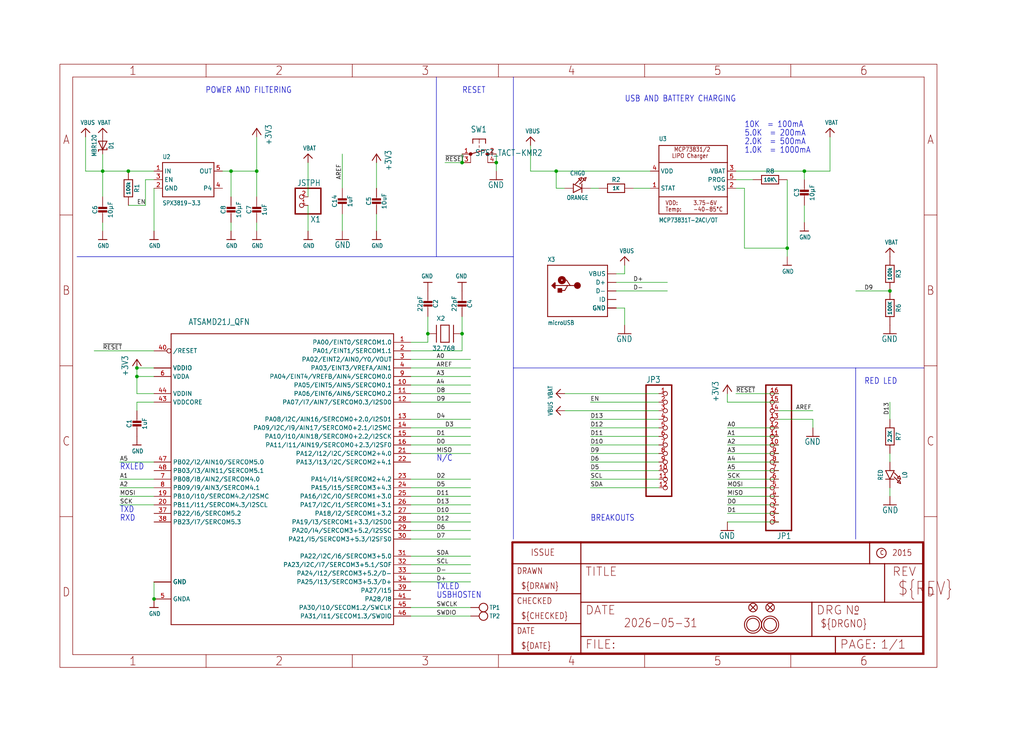
<source format=kicad_sch>
(kicad_sch (version 20230121) (generator eeschema)
  (paper "User" 303.962 217.322)
  (lib_symbols
    (symbol "working-eagle-import:+3V3" (power)
      (property "Value" "+3V3" (at -2.54 -5.08 90))
      (symbol "+3V3_1_0"
        (pin power_in line (at 0 -2.54 90) (length 2.54) (name "+3V3") (number "1"))
      )
    )
    (symbol "working-eagle-import:ATSAMD21J_QFN"
      (symbol "ATSAMD21J_QFN_1_0"
        (pin bidirectional line (at 50.8 35.56 180) (length 5.08) (name "PA00/EINT0/SERCOM1.0") (number "1"))
        (pin bidirectional line (at 50.8 22.86 180) (length 5.08) (name "PA05/EINT5/AIN5/SERCOM0.1") (number "10"))
        (pin bidirectional line (at 50.8 20.32 180) (length 5.08) (name "PA06/EINT6/AIN6/SERCOM0.2") (number "11"))
        (pin bidirectional line (at 50.8 17.78 180) (length 5.08) (name "PA07/I7/AIN7/SERCOM0.3/I2SD0") (number "12"))
        (pin bidirectional line (at 50.8 12.7 180) (length 5.08) (name "PA08/I2C/AIN16/SERCOM0+2.0/I2SD1") (number "13"))
        (pin bidirectional line (at 50.8 10.16 180) (length 5.08) (name "PA09/I2C/I9/AIN17/SERCOM0+2.1/I2SMC") (number "14"))
        (pin bidirectional line (at 50.8 7.62 180) (length 5.08) (name "PA10/I10/AIN18/SERCOM0+2.2/I2SCK") (number "15"))
        (pin bidirectional line (at 50.8 5.08 180) (length 5.08) (name "PA11/I11/AIN19/SERCOM0+2.3/I2SF0") (number "16"))
        (pin power_in line (at -25.4 27.94 0) (length 5.08) (name "VDDIO") (number "17"))
        (pin power_in line (at -25.4 -35.56 0) (length 5.08) (name "GND") (number "18"))
        (pin bidirectional line (at -25.4 -10.16 0) (length 5.08) (name "PB10/I10/SERCOM4.2/I2SMC") (number "19"))
        (pin bidirectional line (at 50.8 33.02 180) (length 5.08) (name "PA01/EINT1/SERCOM1.1") (number "2"))
        (pin bidirectional line (at -25.4 -12.7 0) (length 5.08) (name "PB11/I11/SERCOM4.3/I2SCL") (number "20"))
        (pin bidirectional line (at 50.8 2.54 180) (length 5.08) (name "PA12/I12/I2C/SERCOM2+4.0") (number "21"))
        (pin bidirectional line (at 50.8 0 180) (length 5.08) (name "PA13/I13/I2C/SERCOM2+4.1") (number "22"))
        (pin bidirectional line (at 50.8 -5.08 180) (length 5.08) (name "PA14/I14/SERCOM2+4.2") (number "23"))
        (pin bidirectional line (at 50.8 -7.62 180) (length 5.08) (name "PA15/I15/SERCOM3+4.3") (number "24"))
        (pin bidirectional line (at 50.8 -10.16 180) (length 5.08) (name "PA16/I2C/I0/SERCOM1+3.0") (number "25"))
        (pin bidirectional line (at 50.8 -12.7 180) (length 5.08) (name "PA17/I2C/I1/SERCOM1+3.1") (number "26"))
        (pin bidirectional line (at 50.8 -15.24 180) (length 5.08) (name "PA18/I2/SERCOM1+3.2") (number "27"))
        (pin bidirectional line (at 50.8 -17.78 180) (length 5.08) (name "PA19/I3/SERCOM1+3.3/I2SD0") (number "28"))
        (pin bidirectional line (at 50.8 -20.32 180) (length 5.08) (name "PA20/I4/SERCOM3+5.2/I2SSC") (number "29"))
        (pin bidirectional line (at 50.8 30.48 180) (length 5.08) (name "PA02/EINT2/AIN0/Y0/VOUT") (number "3"))
        (pin bidirectional line (at 50.8 -22.86 180) (length 5.08) (name "PA21/I5/SERCOM3+5.3/I2SFS0") (number "30"))
        (pin bidirectional line (at 50.8 -27.94 180) (length 5.08) (name "PA22/I2C/I6/SERCOM3+5.0") (number "31"))
        (pin bidirectional line (at 50.8 -30.48 180) (length 5.08) (name "PA23/I2C/I7/SERCOM3+5.1/SOF") (number "32"))
        (pin bidirectional line (at 50.8 -33.02 180) (length 5.08) (name "PA24/I12/SERCOM3+5.2/D-") (number "33"))
        (pin bidirectional line (at 50.8 -35.56 180) (length 5.08) (name "PA25/I13/SERCOM3+5.3/D+") (number "34"))
        (pin power_in line (at -25.4 -35.56 0) (length 5.08) (name "GND") (number "35"))
        (pin power_in line (at -25.4 27.94 0) (length 5.08) (name "VDDIO") (number "36"))
        (pin bidirectional line (at -25.4 -15.24 0) (length 5.08) (name "PB22/I6/SERCOM5.2") (number "37"))
        (pin bidirectional line (at -25.4 -17.78 0) (length 5.08) (name "PB23/I7/SERCOM5.3") (number "38"))
        (pin bidirectional line (at 50.8 -38.1 180) (length 5.08) (name "PA27/I15") (number "39"))
        (pin bidirectional line (at 50.8 27.94 180) (length 5.08) (name "PA03/EINT3/VREFA/AIN1") (number "4"))
        (pin bidirectional inverted (at -25.4 33.02 0) (length 5.08) (name "/RESET") (number "40"))
        (pin bidirectional line (at 50.8 -40.64 180) (length 5.08) (name "PA28/I8") (number "41"))
        (pin power_in line (at -25.4 -35.56 0) (length 5.08) (name "GND") (number "42"))
        (pin power_in line (at -25.4 17.78 0) (length 5.08) (name "VDDCORE") (number "43"))
        (pin power_in line (at -25.4 20.32 0) (length 5.08) (name "VDDIN") (number "44"))
        (pin bidirectional line (at 50.8 -43.18 180) (length 5.08) (name "PA30/I10/SECOM1.2/SWCLK") (number "45"))
        (pin bidirectional line (at 50.8 -45.72 180) (length 5.08) (name "PA31/I11/SECOM1.3/SWDIO") (number "46"))
        (pin bidirectional line (at -25.4 0 0) (length 5.08) (name "PB02/I2/AIN10/SERCOM5.0") (number "47"))
        (pin bidirectional line (at -25.4 -2.54 0) (length 5.08) (name "PB03/I3/AIN11/SERCOM5.1") (number "48"))
        (pin power_in line (at -25.4 -40.64 0) (length 5.08) (name "GNDA") (number "5"))
        (pin power_in line (at -25.4 25.4 0) (length 5.08) (name "VDDA") (number "6"))
        (pin bidirectional line (at -25.4 -5.08 0) (length 5.08) (name "PB08/I8/AIN2/SERCOM4.0") (number "7"))
        (pin bidirectional line (at -25.4 -7.62 0) (length 5.08) (name "PB09/I9/AIN3/SERCOM4.1") (number "8"))
        (pin bidirectional line (at 50.8 25.4 180) (length 5.08) (name "PA04/EINT4/VREFB/AIN4/SERCOM0.0") (number "9"))
        (pin power_in line (at -25.4 -35.56 0) (length 5.08) (name "GND") (number "THERMAL"))
      )
    )
    (symbol "working-eagle-import:CAP_CERAMIC0603_NO"
      (property "Reference" "C" (at -2.29 1.25 90))
      (symbol "CAP_CERAMIC0603_NO_1_0"
        (pin passive line (at 0 5.08 270) (length 2.54) (name "1") (number "1"))
        (pin passive line (at 0 -2.54 90) (length 2.54) (name "2") (number "2"))
      )
    )
    (symbol "working-eagle-import:CAP_CERAMIC0805-NOOUTLINE"
      (property "Reference" "C" (at -2.29 1.25 90))
      (symbol "CAP_CERAMIC0805-NOOUTLINE_1_0"
        (pin passive line (at 0 5.08 270) (length 2.54) (name "1") (number "1"))
        (pin passive line (at 0 -2.54 90) (length 2.54) (name "2") (number "2"))
      )
    )
    (symbol "working-eagle-import:CON_JST_PH_2PIN"
      (property "Reference" "X" (at -6.35 5.715 0))
      (symbol "CON_JST_PH_2PIN_1_0"
        (pin passive inverted (at -2.54 2.54 0) (length 2.54) (name "1") (number "1"))
        (pin passive inverted (at -2.54 0 0) (length 2.54) (name "2") (number "2"))
      )
    )
    (symbol "working-eagle-import:DIODE-SCHOTTKYSOD-123"
      (property "Reference" "D" (at 0 2.54 0))
      (symbol "DIODE-SCHOTTKYSOD-123_1_0"
        (pin passive line (at -2.54 0 0) (length 2.54) (name "A") (number "A"))
        (pin passive line (at 2.54 0 180) (length 2.54) (name "C") (number "C"))
      )
    )
    (symbol "working-eagle-import:FIDUCIAL{dblquote}{dblquote}")
    (symbol "working-eagle-import:FRAME_A4"
      (symbol "FRAME_A4_1_0"
        (text "1" (at 21.6958 1.905 0) (effects (font (size 2.54 2.286))))
        (text "1" (at 21.6958 177.165 0) (effects (font (size 2.54 2.286))))
        (text "2" (at 65.0875 1.905 0) (effects (font (size 2.54 2.286))))
        (text "2" (at 65.0875 177.165 0) (effects (font (size 2.54 2.286))))
        (text "3" (at 108.4792 1.905 0) (effects (font (size 2.54 2.286))))
        (text "3" (at 108.4792 177.165 0) (effects (font (size 2.54 2.286))))
        (text "4" (at 151.8708 1.905 0) (effects (font (size 2.54 2.286))))
        (text "4" (at 151.8708 177.165 0) (effects (font (size 2.54 2.286))))
        (text "5" (at 195.2625 1.905 0) (effects (font (size 2.54 2.286))))
        (text "5" (at 195.2625 177.165 0) (effects (font (size 2.54 2.286))))
        (text "6" (at 238.6542 1.905 0) (effects (font (size 2.54 2.286))))
        (text "6" (at 238.6542 177.165 0) (effects (font (size 2.54 2.286))))
        (text "A" (at 1.905 156.6863 0) (effects (font (size 2.54 2.286))))
        (text "A" (at 258.445 156.6863 0) (effects (font (size 2.54 2.286))))
        (text "B" (at 1.905 111.9188 0) (effects (font (size 2.54 2.286))))
        (text "B" (at 258.445 111.9188 0) (effects (font (size 2.54 2.286))))
        (text "C" (at 1.905 67.1513 0) (effects (font (size 2.54 2.286))))
        (text "C" (at 258.445 67.1513 0) (effects (font (size 2.54 2.286))))
        (text "D" (at 1.905 22.3838 0) (effects (font (size 2.54 2.286))))
        (text "D" (at 258.445 22.3838 0) (effects (font (size 2.54 2.286))))
      )
      (symbol "FRAME_A4_2_0"
        (text "${#}/${##}" (at 108.9152 2.8448 0) (effects (font (size 2.54 2.54)) (justify left bottom)))
        (text "${CHECKED}" (at 2.2352 11.7348 0) (effects (font (size 1.778 1.5113)) (justify left bottom)))
        (text "${COMPANY}" (at 23.349 29.6735 0) (effects (font (size 3.175 2.6987) (thickness 0.5397) bold) (justify left bottom)))
        (text "${CURRENT_DATE}" (at 32.7152 9.1948 0) (effects (font (size 2.54 2.159)) (justify left bottom)))
        (text "${DATE}" (at 2.2352 2.8448 0) (effects (font (size 1.778 1.5113)) (justify left bottom)))
        (text "${DRAWN}" (at 2.2352 20.6248 0) (effects (font (size 1.778 1.5113)) (justify left bottom)))
        (text "${DRGNO}" (at 91.1352 9.1948 0) (effects (font (size 2.1844 1.8567)) (justify left bottom)))
        (text "${PROJECTNAME}" (at 33.0327 2.8448 0) (effects (font (size 2.54 2.159)) (justify left bottom)))
        (text "${REV}" (at 113.9952 18.7198 0) (effects (font (size 3.81 3.2385)) (justify left bottom)))
        (text "2015" (at 112.4077 30.4673 0) (effects (font (size 1.778 1.5113)) (justify left bottom)))
        (text "C" (at 108.7564 30.7848 0) (effects (font (size 1.27 1.0795)) (justify left bottom)))
        (text "CHECKED" (at 0.9652 16.1798 0) (effects (font (size 1.778 1.5113)) (justify left bottom)))
        (text "DATE" (at 0.9652 7.2898 0) (effects (font (size 1.778 1.5113)) (justify left bottom)))
        (text "DATE" (at 21.2852 13.0048 0) (effects (font (size 2.54 2.54)) (justify left bottom)))
        (text "DRAWN" (at 0.9652 25.0698 0) (effects (font (size 1.778 1.5113)) (justify left bottom)))
        (text "DRG" (at 89.8652 13.0048 0) (effects (font (size 2.54 2.54)) (justify left bottom)))
        (text "FILE:" (at 21.2852 2.8448 0) (effects (font (size 2.54 2.54)) (justify left bottom)))
        (text "ISSUE" (at 5.0927 30.4673 0) (effects (font (size 1.9304 1.6408)) (justify left bottom)))
        (text "N" (at 98.4377 13.0048 0) (effects (font (size 2.54 2.54)) (justify left bottom)))
        (text "o" (at 100.9777 13.9573 0) (effects (font (size 2.1844 1.8567)) (justify left bottom)))
        (text "PAGE:" (at 96.8502 2.8448 0) (effects (font (size 2.54 2.54)) (justify left bottom)))
        (text "REV" (at 112.4077 24.4348 0) (effects (font (size 2.54 2.54)) (justify left bottom)))
        (text "TITLE" (at 21.2852 24.4348 0) (effects (font (size 2.54 2.54)) (justify left bottom)))
      )
    )
    (symbol "working-eagle-import:GND" (power)
      (property "Value" "GND" (at -1.524 -2.54 0))
      (symbol "GND_1_0"
        (pin power_in line (at 0 2.54 270) (length 2.54) (name "GND") (number "1"))
      )
    )
    (symbol "working-eagle-import:HEADER-1X12"
      (property "Reference" "JP" (at -6.35 18.415 0))
      (symbol "HEADER-1X12_1_0"
        (pin passive inverted (at -2.54 15.24 0) (length 2.54) (name "1") (number "1"))
        (pin passive inverted (at -2.54 -7.62 0) (length 2.54) (name "10") (number "10"))
        (pin passive inverted (at -2.54 -10.16 0) (length 2.54) (name "11") (number "11"))
        (pin passive inverted (at -2.54 -12.7 0) (length 2.54) (name "12") (number "12"))
        (pin passive inverted (at -2.54 12.7 0) (length 2.54) (name "2") (number "2"))
        (pin passive inverted (at -2.54 10.16 0) (length 2.54) (name "3") (number "3"))
        (pin passive inverted (at -2.54 7.62 0) (length 2.54) (name "4") (number "4"))
        (pin passive inverted (at -2.54 5.08 0) (length 2.54) (name "5") (number "5"))
        (pin passive inverted (at -2.54 2.54 0) (length 2.54) (name "6") (number "6"))
        (pin passive inverted (at -2.54 0 0) (length 2.54) (name "7") (number "7"))
        (pin passive inverted (at -2.54 -2.54 0) (length 2.54) (name "8") (number "8"))
        (pin passive inverted (at -2.54 -5.08 0) (length 2.54) (name "9") (number "9"))
      )
    )
    (symbol "working-eagle-import:HEADER-1X16ROUND"
      (property "Reference" "JP" (at -6.35 20.955 0))
      (symbol "HEADER-1X16ROUND_1_0"
        (pin passive inverted (at -2.54 17.78 0) (length 2.54) (name "1") (number "1"))
        (pin passive inverted (at -2.54 -5.08 0) (length 2.54) (name "10") (number "10"))
        (pin passive inverted (at -2.54 -7.62 0) (length 2.54) (name "11") (number "11"))
        (pin passive inverted (at -2.54 -10.16 0) (length 2.54) (name "12") (number "12"))
        (pin passive inverted (at -2.54 -12.7 0) (length 2.54) (name "13") (number "13"))
        (pin passive inverted (at -2.54 -15.24 0) (length 2.54) (name "14") (number "14"))
        (pin passive inverted (at -2.54 -17.78 0) (length 2.54) (name "15") (number "15"))
        (pin passive inverted (at -2.54 -20.32 0) (length 2.54) (name "16") (number "16"))
        (pin passive inverted (at -2.54 15.24 0) (length 2.54) (name "2") (number "2"))
        (pin passive inverted (at -2.54 12.7 0) (length 2.54) (name "3") (number "3"))
        (pin passive inverted (at -2.54 10.16 0) (length 2.54) (name "4") (number "4"))
        (pin passive inverted (at -2.54 7.62 0) (length 2.54) (name "5") (number "5"))
        (pin passive inverted (at -2.54 5.08 0) (length 2.54) (name "6") (number "6"))
        (pin passive inverted (at -2.54 2.54 0) (length 2.54) (name "7") (number "7"))
        (pin passive inverted (at -2.54 0 0) (length 2.54) (name "8") (number "8"))
        (pin passive inverted (at -2.54 -2.54 0) (length 2.54) (name "9") (number "9"))
      )
    )
    (symbol "working-eagle-import:LED0805_NOOUTLINE"
      (property "Reference" "D" (at -1.27 4.445 0))
      (symbol "LED0805_NOOUTLINE_1_0"
        (pin passive line (at -5.08 0 0) (length 2.54) (name "A") (number "A"))
        (pin passive line (at 2.54 0 180) (length 2.54) (name "C") (number "C"))
      )
    )
    (symbol "working-eagle-import:MCP73831/2"
      (property "Reference" "U" (at -10.16 11.43 0))
      (symbol "MCP73831/2_1_0"
        (text "-40-85°C" (at 0 -9.525 0) (effects (font (size 1.27 1.0795)) (justify left bottom)))
        (text "3.75-6V" (at 0 -7.62 0) (effects (font (size 1.27 1.0795)) (justify left bottom)))
        (text "LIPO Charger" (at -6.35 6.35 0) (effects (font (size 1.27 1.0795)) (justify left bottom)))
        (text "MCP73831/2" (at -5.715 8.255 0) (effects (font (size 1.27 1.0795)) (justify left bottom)))
        (text "Temp:" (at -8.255 -9.525 0) (effects (font (size 1.27 1.0795)) (justify left bottom)))
        (text "VDD:" (at -8.255 -7.62 0) (effects (font (size 1.27 1.0795)) (justify left bottom)))
        (pin output line (at -12.7 -2.54 0) (length 2.54) (name "STAT") (number "1"))
        (pin power_in line (at 12.7 -2.54 180) (length 2.54) (name "VSS") (number "2"))
        (pin power_in line (at 12.7 2.54 180) (length 2.54) (name "VBAT") (number "3"))
        (pin power_in line (at -12.7 2.54 0) (length 2.54) (name "VDD") (number "4"))
        (pin input line (at 12.7 0 180) (length 2.54) (name "PROG") (number "5"))
      )
    )
    (symbol "working-eagle-import:MOUNTINGHOLE2.5")
    (symbol "working-eagle-import:RESISTOR_0603_NOOUT"
      (property "Reference" "R" (at 0 2.54 0))
      (symbol "RESISTOR_0603_NOOUT_1_0"
        (pin passive line (at -5.08 0 0) (length 2.54) (name "1") (number "1"))
        (pin passive line (at 5.08 0 180) (length 2.54) (name "2") (number "2"))
      )
    )
    (symbol "working-eagle-import:SPST_TACT-KMR2"
      (property "Reference" "SW" (at -6.35 -2.54 90))
      (symbol "SPST_TACT-KMR2_1_0"
        (pin passive line (at 0 -5.08 90) (length 2.54) (name "P") (number "1"))
        (pin passive line (at 0 5.08 270) (length 2.54) (name "S") (number "2"))
        (pin passive line (at 2.54 -5.08 90) (length 2.54) (name "P1") (number "3"))
        (pin passive line (at 2.54 5.08 270) (length 2.54) (name "S1") (number "4"))
      )
    )
    (symbol "working-eagle-import:TESTPOINTROUND1.5MM"
      (property "Reference" "TP" (at 0 5.588 90))
      (symbol "TESTPOINTROUND1.5MM_1_0"
        (pin bidirectional line (at 0 0 90) (length 2.54) (name "P$1") (number "P$1"))
      )
    )
    (symbol "working-eagle-import:USB_MICRO_20329_V2"
      (property "Reference" "X" (at -10.16 8.636 0))
      (symbol "USB_MICRO_20329_V2_1_0"
        (pin power_in line (at 10.16 -5.08 180) (length 2.54) (name "GND") (number "BASE@1"))
        (pin power_in line (at 10.16 -5.08 180) (length 2.54) (name "GND") (number "BASE@2"))
        (pin bidirectional line (at 10.16 2.54 180) (length 2.54) (name "D+") (number "D+"))
        (pin bidirectional line (at 10.16 0 180) (length 2.54) (name "D-") (number "D-"))
        (pin power_in line (at 10.16 -5.08 180) (length 2.54) (name "GND") (number "GND"))
        (pin bidirectional line (at 10.16 -2.54 180) (length 2.54) (name "ID") (number "ID"))
        (pin power_in line (at 10.16 -5.08 180) (length 2.54) (name "GND") (number "SPRT@1"))
        (pin power_in line (at 10.16 -5.08 180) (length 2.54) (name "GND") (number "SPRT@2"))
        (pin power_in line (at 10.16 -5.08 180) (length 2.54) (name "GND") (number "SPRT@3"))
        (pin power_in line (at 10.16 -5.08 180) (length 2.54) (name "GND") (number "SPRT@4"))
        (pin power_in line (at 10.16 5.08 180) (length 2.54) (name "VBUS") (number "VBUS"))
      )
    )
    (symbol "working-eagle-import:VBAT" (power)
      (property "Value" "VBAT" (at -1.524 1.016 0))
      (symbol "VBAT_1_0"
        (pin power_in line (at 0 -2.54 90) (length 2.54) (name "VBAT") (number "1"))
      )
    )
    (symbol "working-eagle-import:VBUS" (power)
      (property "Value" "VBUS" (at -1.524 1.016 0))
      (symbol "VBUS_1_0"
        (pin power_in line (at 0 -2.54 90) (length 2.54) (name "VBUS") (number "1"))
      )
    )
    (symbol "working-eagle-import:VREG_SOT23-5"
      (property "Reference" "U" (at -7.62 6.096 0))
      (symbol "VREG_SOT23-5_1_0"
        (pin power_in line (at -10.16 2.54 0) (length 2.54) (name "IN") (number "1"))
        (pin power_in line (at -10.16 -2.54 0) (length 2.54) (name "GND") (number "2"))
        (pin input line (at -10.16 0 0) (length 2.54) (name "EN") (number "3"))
        (pin bidirectional line (at 10.16 -2.54 180) (length 2.54) (name "P4") (number "4"))
        (pin power_in line (at 10.16 2.54 180) (length 2.54) (name "OUT") (number "5"))
      )
    )
    (symbol "working-eagle-import:XTAL-3.2X1.5"
      (property "Reference" "X" (at -2.54 3.81 0))
      (symbol "XTAL-3.2X1.5_1_0"
        (pin bidirectional line (at -5.08 0 0) (length 2.54) (name "P$1") (number "P$1"))
        (pin bidirectional line (at 5.08 0 180) (length 2.54) (name "P$2") (number "P$2"))
      )
    )
    (symbol "working-eagle-import:supply1_GND" (power)
      (property "Value" "supply1_GND" (at -2.54 -2.54 0))
      (symbol "supply1_GND_1_0"
        (pin power_in line (at 0 2.54 270) (length 2.54) (name "GND") (number "1"))
      )
    )
  )
  (junction (at 40.64 109.22))
  (junction (at 137.16 48.26))
  (junction (at 238.76 50.8))
  (junction (at 45.72 177.8))
  (junction (at 30.48 50.8))
  (junction (at 127 99.06))
  (junction (at 76.2 50.8))
  (junction (at 264.16 86.36))
  (junction (at 233.68 73.66))
  (junction (at 137.16 99.06))
  (junction (at 38.1 50.8))
  (junction (at 147.32 48.26))
  (junction (at 68.58 50.8))
  (junction (at 165.1 50.8))
  (junction (at 40.64 111.76))
  (wire (pts (xy 30.48 66.04) (xy 30.48 68.58)) (stroke (width 0.1524)))
  (wire (pts (xy 157.48 50.8) (xy 165.1 50.8)) (stroke (width 0.1524)))
  (wire (pts (xy 215.9 116.84) (xy 215.9 119.38)) (stroke (width 0.1524)))
  (wire (pts (xy 137.16 99.06) (xy 137.16 93.98)) (stroke (width 0.1524)))
  (wire (pts (xy 30.48 45.72) (xy 30.48 50.8)) (stroke (width 0.1524)))
  (wire (pts (xy 147.32 45.72) (xy 147.32 48.26)) (stroke (width 0.1524)))
  (wire (pts (xy 121.92 127) (xy 139.7 127)) (stroke (width 0.1524)))
  (wire (pts (xy 241.3 124.46) (xy 241.3 127)) (stroke (width 0.1524)))
  (wire (pts (xy 231.14 124.46) (xy 241.3 124.46)) (stroke (width 0.1524)))
  (wire (pts (xy 68.58 58.42) (xy 68.58 50.8)) (stroke (width 0.1524)))
  (wire (pts (xy 40.64 119.38) (xy 40.64 121.92)) (stroke (width 0.1524)))
  (wire (pts (xy 231.14 137.16) (xy 215.9 137.16)) (stroke (width 0.1524)))
  (wire (pts (xy 139.7 124.46) (xy 121.92 124.46)) (stroke (width 0.1524)))
  (wire (pts (xy 220.98 73.66) (xy 233.68 73.66)) (stroke (width 0.1524)))
  (wire (pts (xy 175.26 127) (xy 195.58 127)) (stroke (width 0.1524)))
  (wire (pts (xy 121.92 116.84) (xy 139.7 116.84)) (stroke (width 0.1524)))
  (wire (pts (xy 121.92 154.94) (xy 139.7 154.94)) (stroke (width 0.1524)))
  (wire (pts (xy 132.08 48.26) (xy 137.16 48.26)) (stroke (width 0.1524)))
  (wire (pts (xy 139.7 114.3) (xy 121.92 114.3)) (stroke (width 0.1524)))
  (wire (pts (xy 45.72 172.72) (xy 45.72 177.8)) (stroke (width 0.1524)))
  (polyline (pts (xy 152.4 160.02) (xy 152.4 109.22)) (stroke (width 0.1524) (type solid)))
  (wire (pts (xy 121.92 167.64) (xy 139.7 167.64)) (stroke (width 0.1524)))
  (wire (pts (xy 38.1 60.96) (xy 43.18 60.96)) (stroke (width 0.1524)))
  (wire (pts (xy 215.9 134.62) (xy 231.14 134.62)) (stroke (width 0.1524)))
  (wire (pts (xy 195.58 129.54) (xy 175.26 129.54)) (stroke (width 0.1524)))
  (polyline (pts (xy 254 160.02) (xy 254 109.22)) (stroke (width 0.1524) (type solid)))
  (wire (pts (xy 121.92 109.22) (xy 139.7 109.22)) (stroke (width 0.1524)))
  (wire (pts (xy 68.58 66.04) (xy 68.58 68.58)) (stroke (width 0.1524)))
  (wire (pts (xy 45.72 109.22) (xy 40.64 109.22)) (stroke (width 0.1524)))
  (wire (pts (xy 231.14 116.84) (xy 218.44 116.84)) (stroke (width 0.1524)))
  (wire (pts (xy 127 93.98) (xy 127 99.06)) (stroke (width 0.1524)))
  (wire (pts (xy 91.44 48.26) (xy 91.44 58.42)) (stroke (width 0.1524)))
  (wire (pts (xy 40.64 116.84) (xy 40.64 111.76)) (stroke (width 0.1524)))
  (wire (pts (xy 231.14 149.86) (xy 215.9 149.86)) (stroke (width 0.1524)))
  (wire (pts (xy 231.14 144.78) (xy 215.9 144.78)) (stroke (width 0.1524)))
  (wire (pts (xy 45.72 55.88) (xy 45.72 68.58)) (stroke (width 0.1524)))
  (wire (pts (xy 195.58 121.92) (xy 167.64 121.92)) (stroke (width 0.1524)))
  (wire (pts (xy 264.16 86.36) (xy 254 86.36)) (stroke (width 0.1524)))
  (wire (pts (xy 220.98 55.88) (xy 220.98 73.66)) (stroke (width 0.1524)))
  (wire (pts (xy 185.42 91.44) (xy 185.42 96.52)) (stroke (width 0.1524)))
  (wire (pts (xy 182.88 81.28) (xy 185.42 81.28)) (stroke (width 0.1524)))
  (wire (pts (xy 121.92 142.24) (xy 139.7 142.24)) (stroke (width 0.1524)))
  (wire (pts (xy 215.9 139.7) (xy 231.14 139.7)) (stroke (width 0.1524)))
  (wire (pts (xy 218.44 53.34) (xy 223.52 53.34)) (stroke (width 0.1524)))
  (wire (pts (xy 127 101.6) (xy 127 99.06)) (stroke (width 0.1524)))
  (wire (pts (xy 121.92 119.38) (xy 139.7 119.38)) (stroke (width 0.1524)))
  (wire (pts (xy 38.1 50.8) (xy 30.48 50.8)) (stroke (width 0.1524)))
  (wire (pts (xy 139.7 172.72) (xy 121.92 172.72)) (stroke (width 0.1524)))
  (wire (pts (xy 121.92 160.02) (xy 139.7 160.02)) (stroke (width 0.1524)))
  (wire (pts (xy 76.2 66.04) (xy 76.2 68.58)) (stroke (width 0.1524)))
  (wire (pts (xy 139.7 152.4) (xy 121.92 152.4)) (stroke (width 0.1524)))
  (wire (pts (xy 121.92 170.18) (xy 139.7 170.18)) (stroke (width 0.1524)))
  (polyline (pts (xy 274.32 109.22) (xy 254 109.22)) (stroke (width 0.1524) (type solid)))
  (wire (pts (xy 215.9 152.4) (xy 231.14 152.4)) (stroke (width 0.1524)))
  (wire (pts (xy 175.26 144.78) (xy 195.58 144.78)) (stroke (width 0.1524)))
  (wire (pts (xy 195.58 134.62) (xy 175.26 134.62)) (stroke (width 0.1524)))
  (wire (pts (xy 121.92 106.68) (xy 139.7 106.68)) (stroke (width 0.1524)))
  (wire (pts (xy 175.26 132.08) (xy 195.58 132.08)) (stroke (width 0.1524)))
  (wire (pts (xy 43.18 60.96) (xy 43.18 53.34)) (stroke (width 0.1524)))
  (wire (pts (xy 175.26 55.88) (xy 177.8 55.88)) (stroke (width 0.1524)))
  (wire (pts (xy 137.16 48.26) (xy 137.16 45.72)) (stroke (width 0.1524)))
  (wire (pts (xy 231.14 132.08) (xy 215.9 132.08)) (stroke (width 0.1524)))
  (polyline (pts (xy 22.86 76.2) (xy 129.54 76.2)) (stroke (width 0.1524) (type solid)))
  (wire (pts (xy 231.14 127) (xy 215.9 127)) (stroke (width 0.1524)))
  (wire (pts (xy 195.58 124.46) (xy 175.26 124.46)) (stroke (width 0.1524)))
  (polyline (pts (xy 152.4 76.2) (xy 152.4 22.86)) (stroke (width 0.1524) (type solid)))
  (wire (pts (xy 45.72 50.8) (xy 38.1 50.8)) (stroke (width 0.1524)))
  (wire (pts (xy 121.92 101.6) (xy 127 101.6)) (stroke (width 0.1524)))
  (wire (pts (xy 101.6 63.5) (xy 101.6 68.58)) (stroke (width 0.1524)))
  (wire (pts (xy 167.64 116.84) (xy 195.58 116.84)) (stroke (width 0.1524)))
  (polyline (pts (xy 129.54 76.2) (xy 129.54 22.86)) (stroke (width 0.1524) (type solid)))
  (wire (pts (xy 215.9 119.38) (xy 231.14 119.38)) (stroke (width 0.1524)))
  (wire (pts (xy 147.32 50.8) (xy 147.32 48.26)) (stroke (width 0.1524)))
  (wire (pts (xy 157.48 43.18) (xy 157.48 50.8)) (stroke (width 0.1524)))
  (wire (pts (xy 45.72 111.76) (xy 40.64 111.76)) (stroke (width 0.1524)))
  (wire (pts (xy 45.72 116.84) (xy 40.64 116.84)) (stroke (width 0.1524)))
  (wire (pts (xy 66.04 50.8) (xy 68.58 50.8)) (stroke (width 0.1524)))
  (wire (pts (xy 233.68 53.34) (xy 233.68 73.66)) (stroke (width 0.1524)))
  (wire (pts (xy 139.7 144.78) (xy 121.92 144.78)) (stroke (width 0.1524)))
  (wire (pts (xy 195.58 142.24) (xy 175.26 142.24)) (stroke (width 0.1524)))
  (wire (pts (xy 121.92 111.76) (xy 139.7 111.76)) (stroke (width 0.1524)))
  (wire (pts (xy 175.26 137.16) (xy 195.58 137.16)) (stroke (width 0.1524)))
  (wire (pts (xy 238.76 50.8) (xy 246.38 50.8)) (stroke (width 0.1524)))
  (wire (pts (xy 121.92 157.48) (xy 139.7 157.48)) (stroke (width 0.1524)))
  (wire (pts (xy 45.72 119.38) (xy 40.64 119.38)) (stroke (width 0.1524)))
  (wire (pts (xy 111.76 68.58) (xy 111.76 63.5)) (stroke (width 0.1524)))
  (polyline (pts (xy 152.4 109.22) (xy 152.4 76.2)) (stroke (width 0.1524) (type solid)))
  (wire (pts (xy 198.12 86.36) (xy 182.88 86.36)) (stroke (width 0.1524)))
  (wire (pts (xy 182.88 91.44) (xy 185.42 91.44)) (stroke (width 0.1524)))
  (wire (pts (xy 121.92 165.1) (xy 139.7 165.1)) (stroke (width 0.1524)))
  (wire (pts (xy 43.18 53.34) (xy 45.72 53.34)) (stroke (width 0.1524)))
  (wire (pts (xy 167.64 55.88) (xy 165.1 55.88)) (stroke (width 0.1524)))
  (wire (pts (xy 185.42 81.28) (xy 185.42 78.74)) (stroke (width 0.1524)))
  (wire (pts (xy 218.44 55.88) (xy 220.98 55.88)) (stroke (width 0.1524)))
  (wire (pts (xy 195.58 139.7) (xy 175.26 139.7)) (stroke (width 0.1524)))
  (wire (pts (xy 238.76 60.96) (xy 238.76 66.04)) (stroke (width 0.1524)))
  (wire (pts (xy 264.16 144.78) (xy 264.16 147.32)) (stroke (width 0.1524)))
  (wire (pts (xy 35.56 144.78) (xy 45.72 144.78)) (stroke (width 0.1524)))
  (wire (pts (xy 121.92 180.34) (xy 139.7 180.34)) (stroke (width 0.1524)))
  (wire (pts (xy 182.88 83.82) (xy 198.12 83.82)) (stroke (width 0.1524)))
  (wire (pts (xy 215.9 147.32) (xy 231.14 147.32)) (stroke (width 0.1524)))
  (wire (pts (xy 139.7 132.08) (xy 121.92 132.08)) (stroke (width 0.1524)))
  (wire (pts (xy 231.14 121.92) (xy 241.3 121.92)) (stroke (width 0.1524)))
  (wire (pts (xy 76.2 50.8) (xy 76.2 40.64)) (stroke (width 0.1524)))
  (wire (pts (xy 246.38 40.64) (xy 246.38 50.8)) (stroke (width 0.1524)))
  (wire (pts (xy 175.26 119.38) (xy 195.58 119.38)) (stroke (width 0.1524)))
  (wire (pts (xy 264.16 134.62) (xy 264.16 137.16)) (stroke (width 0.1524)))
  (wire (pts (xy 137.16 104.14) (xy 137.16 99.06)) (stroke (width 0.1524)))
  (wire (pts (xy 25.4 40.64) (xy 25.4 50.8)) (stroke (width 0.1524)))
  (wire (pts (xy 91.44 68.58) (xy 91.44 60.96)) (stroke (width 0.1524)))
  (wire (pts (xy 68.58 50.8) (xy 76.2 50.8)) (stroke (width 0.1524)))
  (wire (pts (xy 25.4 50.8) (xy 30.48 50.8)) (stroke (width 0.1524)))
  (wire (pts (xy 35.56 149.86) (xy 45.72 149.86)) (stroke (width 0.1524)))
  (wire (pts (xy 76.2 50.8) (xy 76.2 58.42)) (stroke (width 0.1524)))
  (wire (pts (xy 45.72 147.32) (xy 35.56 147.32)) (stroke (width 0.1524)))
  (wire (pts (xy 45.72 142.24) (xy 35.56 142.24)) (stroke (width 0.1524)))
  (polyline (pts (xy 254 109.22) (xy 152.4 109.22)) (stroke (width 0.1524) (type solid)))
  (wire (pts (xy 121.92 134.62) (xy 139.7 134.62)) (stroke (width 0.1524)))
  (wire (pts (xy 238.76 50.8) (xy 218.44 50.8)) (stroke (width 0.1524)))
  (wire (pts (xy 121.92 129.54) (xy 139.7 129.54)) (stroke (width 0.1524)))
  (wire (pts (xy 121.92 149.86) (xy 139.7 149.86)) (stroke (width 0.1524)))
  (wire (pts (xy 165.1 50.8) (xy 193.04 50.8)) (stroke (width 0.1524)))
  (wire (pts (xy 45.72 104.14) (xy 27.94 104.14)) (stroke (width 0.1524)))
  (wire (pts (xy 139.7 182.88) (xy 121.92 182.88)) (stroke (width 0.1524)))
  (wire (pts (xy 45.72 137.16) (xy 35.56 137.16)) (stroke (width 0.1524)))
  (polyline (pts (xy 152.4 76.2) (xy 129.54 76.2)) (stroke (width 0.1524) (type solid)))
  (wire (pts (xy 101.6 55.88) (xy 101.6 45.72)) (stroke (width 0.1524)))
  (wire (pts (xy 165.1 55.88) (xy 165.1 50.8)) (stroke (width 0.1524)))
  (wire (pts (xy 40.64 111.76) (xy 40.64 109.22)) (stroke (width 0.1524)))
  (wire (pts (xy 30.48 50.8) (xy 30.48 58.42)) (stroke (width 0.1524)))
  (wire (pts (xy 231.14 142.24) (xy 215.9 142.24)) (stroke (width 0.1524)))
  (wire (pts (xy 264.16 124.46) (xy 264.16 119.38)) (stroke (width 0.1524)))
  (wire (pts (xy 187.96 55.88) (xy 193.04 55.88)) (stroke (width 0.1524)))
  (wire (pts (xy 238.76 53.34) (xy 238.76 50.8)) (stroke (width 0.1524)))
  (wire (pts (xy 121.92 104.14) (xy 137.16 104.14)) (stroke (width 0.1524)))
  (wire (pts (xy 111.76 55.88) (xy 111.76 48.26)) (stroke (width 0.1524)))
  (wire (pts (xy 233.68 73.66) (xy 233.68 76.2)) (stroke (width 0.1524)))
  (wire (pts (xy 215.9 129.54) (xy 231.14 129.54)) (stroke (width 0.1524)))
  (wire (pts (xy 121.92 147.32) (xy 139.7 147.32)) (stroke (width 0.1524)))
  (wire (pts (xy 215.9 154.94) (xy 231.14 154.94)) (stroke (width 0.1524)))
  (text "2.0K  = 500mA" (at 220.98 43.18 0) (effects (font (size 1.778 1.5113)) (justify left bottom)))
  (text "RXLED" (at 35.56 139.7 0) (effects (font (size 1.778 1.5113)) (justify left bottom)))
  (text "TXD" (at 35.56 152.4 0) (effects (font (size 1.778 1.5113)) (justify left bottom)))
  (text "POWER AND FILTERING" (at 60.96 27.94 0) (effects (font (size 1.778 1.5113)) (justify left bottom)))
  (text "USBHOSTEN" (at 129.54 177.8 0) (effects (font (size 1.778 1.5113)) (justify left bottom)))
  (text "RED LED" (at 256.54 114.3 0) (effects (font (size 1.778 1.5113)) (justify left bottom)))
  (text "1.0K  = 1000mA" (at 220.98 45.72 0) (effects (font (size 1.778 1.5113)) (justify left bottom)))
  (text "TXLED" (at 129.54 175.26 0) (effects (font (size 1.778 1.5113)) (justify left bottom)))
  (text "10K  = 100mA" (at 220.98 38.1 0) (effects (font (size 1.778 1.5113)) (justify left bottom)))
  (text "RESET" (at 137.16 27.94 0) (effects (font (size 1.778 1.5113)) (justify left bottom)))
  (text "N/C" (at 129.54 137.16 0) (effects (font (size 1.778 1.5113)) (justify left bottom)))
  (text "RXD" (at 35.56 154.94 0) (effects (font (size 1.778 1.5113)) (justify left bottom)))
  (text "5.0K  = 200mA" (at 220.98 40.64 0) (effects (font (size 1.778 1.5113)) (justify left bottom)))
  (text "BREAKOUTS" (at 175.26 154.94 0) (effects (font (size 1.778 1.5113)) (justify left bottom)))
  (text "USB AND BATTERY CHARGING" (at 185.42 30.48 0) (effects (font (size 1.778 1.5113)) (justify left bottom)))
  (label "D7" (at 129.54 160.02 0) (effects (font (size 1.2446 1.2446))))
  (label "D12" (at 129.54 154.94 0) (effects (font (size 1.2446 1.2446))))
  (label "A4" (at 215.9 137.16 0) (effects (font (size 1.2446 1.2446))))
  (label "MOSI" (at 35.56 147.32 0) (effects (font (size 1.2446 1.2446))))
  (label "D1" (at 215.9 152.4 0) (effects (font (size 1.2446 1.2446))))
  (label "A2" (at 215.9 132.08 0) (effects (font (size 1.2446 1.2446))))
  (label "D9" (at 129.54 119.38 0) (effects (font (size 1.2446 1.2446))))
  (label "D1" (at 129.54 129.54 0) (effects (font (size 1.2446 1.2446))))
  (label "SCL" (at 129.54 167.64 0) (effects (font (size 1.2446 1.2446))))
  (label "D-" (at 129.54 170.18 0) (effects (font (size 1.2446 1.2446))))
  (label "AREF" (at 236.22 121.92 0) (effects (font (size 1.2446 1.2446))))
  (label "D11" (at 129.54 147.32 0) (effects (font (size 1.2446 1.2446))))
  (label "D0" (at 129.54 132.08 0) (effects (font (size 1.2446 1.2446))))
  (label "D13" (at 175.26 124.46 0) (effects (font (size 1.2446 1.2446))))
  (label "D6" (at 175.26 137.16 0) (effects (font (size 1.2446 1.2446))))
  (label "D13" (at 264.16 119.38 270) (effects (font (size 1.2446 1.2446))))
  (label "D5" (at 129.54 144.78 0) (effects (font (size 1.2446 1.2446))))
  (label "~{RESET}" (at 218.44 116.84 0) (effects (font (size 1.2446 1.2446))))
  (label "D2" (at 129.54 142.24 0) (effects (font (size 1.2446 1.2446))))
  (label "D11" (at 175.26 129.54 0) (effects (font (size 1.2446 1.2446))))
  (label "A5" (at 35.56 137.16 0) (effects (font (size 1.2446 1.2446))))
  (label "D13" (at 129.54 149.86 0) (effects (font (size 1.2446 1.2446))))
  (label "~{RESET}" (at 30.48 104.14 0) (effects (font (size 1.2446 1.2446))))
  (label "A1" (at 35.56 142.24 0) (effects (font (size 1.2446 1.2446))))
  (label "~{RESET}" (at 132.08 48.26 0) (effects (font (size 1.2446 1.2446))))
  (label "D9" (at 256.54 86.36 0) (effects (font (size 1.2446 1.2446))))
  (label "A3" (at 215.9 134.62 0) (effects (font (size 1.2446 1.2446))))
  (label "A0" (at 215.9 127 0) (effects (font (size 1.2446 1.2446))))
  (label "EN" (at 40.64 60.96 0) (effects (font (size 1.2446 1.2446))))
  (label "A2" (at 35.56 144.78 0) (effects (font (size 1.2446 1.2446))))
  (label "AREF" (at 101.6 53.34 90) (effects (font (size 1.2446 1.2446))))
  (label "A0" (at 129.54 106.68 0) (effects (font (size 1.2446 1.2446))))
  (label "D3" (at 132.08 127 0) (effects (font (size 1.2446 1.2446))))
  (label "D-" (at 187.96 86.36 0) (effects (font (size 1.2446 1.2446))))
  (label "D8" (at 129.54 116.84 0) (effects (font (size 1.2446 1.2446))))
  (label "D0" (at 215.9 149.86 0) (effects (font (size 1.2446 1.2446))))
  (label "SCK" (at 35.56 149.86 0) (effects (font (size 1.2446 1.2446))))
  (label "AREF" (at 129.54 109.22 0) (effects (font (size 1.2446 1.2446))))
  (label "A3" (at 129.54 111.76 0) (effects (font (size 1.2446 1.2446))))
  (label "SDA" (at 129.54 165.1 0) (effects (font (size 1.2446 1.2446))))
  (label "EN" (at 175.26 119.38 0) (effects (font (size 1.2446 1.2446))))
  (label "SCL" (at 175.26 142.24 0) (effects (font (size 1.2446 1.2446))))
  (label "D10" (at 175.26 132.08 0) (effects (font (size 1.2446 1.2446))))
  (label "MISO" (at 215.9 147.32 0) (effects (font (size 1.2446 1.2446))))
  (label "A1" (at 215.9 129.54 0) (effects (font (size 1.2446 1.2446))))
  (label "D+" (at 129.54 172.72 0) (effects (font (size 1.2446 1.2446))))
  (label "SWCLK" (at 129.54 180.34 0) (effects (font (size 1.2446 1.2446))))
  (label "D+" (at 187.96 83.82 0) (effects (font (size 1.2446 1.2446))))
  (label "D10" (at 129.54 152.4 0) (effects (font (size 1.2446 1.2446))))
  (label "D4" (at 129.54 124.46 0) (effects (font (size 1.2446 1.2446))))
  (label "MISO" (at 129.54 134.62 0) (effects (font (size 1.2446 1.2446))))
  (label "A4" (at 129.54 114.3 0) (effects (font (size 1.2446 1.2446))))
  (label "D5" (at 175.26 139.7 0) (effects (font (size 1.2446 1.2446))))
  (label "MOSI" (at 215.9 144.78 0) (effects (font (size 1.2446 1.2446))))
  (label "D6" (at 129.54 157.48 0) (effects (font (size 1.2446 1.2446))))
  (label "SWDIO" (at 129.54 182.88 0) (effects (font (size 1.2446 1.2446))))
  (label "A5" (at 215.9 139.7 0) (effects (font (size 1.2446 1.2446))))
  (label "SDA" (at 175.26 144.78 0) (effects (font (size 1.2446 1.2446))))
  (label "D12" (at 175.26 127 0) (effects (font (size 1.2446 1.2446))))
  (label "D9" (at 175.26 134.62 0) (effects (font (size 1.2446 1.2446))))
  (label "SCK" (at 215.9 142.24 0) (effects (font (size 1.2446 1.2446))))
  (symbol (lib_id "working-eagle-import:FRAME_A4") (at 152.4 195.58 0) (unit 2)
    (property "Reference" "#FRAME1" (effects hide))
    (property "Value" "FRAME_A4" (effects hide))
  )
  (symbol (lib_id "working-eagle-import:+3V3") (at 76.2 38.1 0) (mirror y) (unit 1)
    (property "Reference" "#+3V4" (effects hide))
    (property "Value" "+3V3" (at 78.74 43.18 90) (effects (font (size 1.778 1.5113)) (justify left bottom)))
  )
  (symbol (lib_id "working-eagle-import:RESISTOR_0603_NOOUT") (at 264.16 91.44 270) (unit 1)
    (property "Reference" "R6" (at 266.7 91.44 0))
    (property "Value" "100K" (at 264.16 91.44 0) (effects (font (size 1.016 1.016) bold)))
    (property "Footprint" "working:0603-NO" (effects hide))
  )
  (symbol (lib_id "working-eagle-import:GND") (at 45.72 180.34 0) (unit 1)
    (property "Reference" "#U$5" (effects hide))
    (property "Value" "GND" (at 44.196 182.88 0) (effects (font (size 1.27 1.0795)) (justify left bottom)))
  )
  (symbol (lib_id "working-eagle-import:CAP_CERAMIC0805-NOOUTLINE") (at 68.58 63.5 0) (unit 1)
    (property "Reference" "C8" (at 66.29 62.25 90))
    (property "Value" "10µF" (at 70.88 62.25 90))
    (property "Footprint" "working:0805-NO" (effects hide))
  )
  (symbol (lib_id "working-eagle-import:VBAT") (at 30.48 38.1 0) (unit 1)
    (property "Reference" "#U$21" (effects hide))
    (property "Value" "VBAT" (at 28.956 37.084 0) (effects (font (size 1.27 1.0795)) (justify left bottom)))
  )
  (symbol (lib_id "working-eagle-import:VBUS") (at 25.4 38.1 0) (unit 1)
    (property "Reference" "#U$3" (effects hide))
    (property "Value" "VBUS" (at 23.876 37.084 0) (effects (font (size 1.27 1.0795)) (justify left bottom)))
  )
  (symbol (lib_id "working-eagle-import:GND") (at 238.76 68.58 0) (unit 1)
    (property "Reference" "#U$33" (effects hide))
    (property "Value" "GND" (at 237.236 71.12 0) (effects (font (size 1.27 1.0795)) (justify left bottom)))
  )
  (symbol (lib_id "working-eagle-import:HEADER-1X16ROUND") (at 228.6 137.16 180) (unit 1)
    (property "Reference" "JP1" (at 234.95 158.115 0) (effects (font (size 1.778 1.5113)) (justify left bottom)))
    (property "Value" "HEADER-1X16ROUND" (effects hide))
    (property "Footprint" "working:1X16_ROUND" (effects hide))
  )
  (symbol (lib_id "working-eagle-import:ATSAMD21J_QFN") (at 71.12 137.16 0) (unit 1)
    (property "Reference" "U$4" (effects hide))
    (property "Value" "ATSAMD21J_QFN" (at 55.88 96.52 0) (effects (font (size 1.778 1.5113)) (justify left bottom)))
    (property "Footprint" "working:TQFN48_7MM" (effects hide))
  )
  (symbol (lib_id "working-eagle-import:XTAL-3.2X1.5") (at 132.08 99.06 0) (unit 1)
    (property "Reference" "X2" (at 129.54 95.25 0) (effects (justify left bottom)))
    (property "Value" "32.768" (at 128.27 104.14 0) (effects (justify left bottom)))
    (property "Footprint" "working:XTAL3215" (effects hide))
  )
  (symbol (lib_id "working-eagle-import:CAP_CERAMIC0805-NOOUTLINE") (at 238.76 58.42 0) (unit 1)
    (property "Reference" "C3" (at 236.47 57.17 90))
    (property "Value" "10µF" (at 241.06 57.17 90))
    (property "Footprint" "working:0805-NO" (effects hide))
  )
  (symbol (lib_id "working-eagle-import:SPST_TACT-KMR2") (at 142.24 45.72 270) (unit 1)
    (property "Reference" "SW1" (at 139.7 39.37 90) (effects (font (size 1.778 1.5113)) (justify left bottom)))
    (property "Value" "SPST_TACT-KMR2" (at 140.97 46.355 90) (effects (font (size 1.778 1.5113)) (justify left bottom)))
    (property "Footprint" "working:KMR2" (effects hide))
  )
  (symbol (lib_id "working-eagle-import:RESISTOR_0603_NOOUT") (at 264.16 129.54 270) (unit 1)
    (property "Reference" "R7" (at 266.7 129.54 0))
    (property "Value" "2.2K" (at 264.16 129.54 0) (effects (font (size 1.016 1.016) bold)))
    (property "Footprint" "working:0603-NO" (effects hide))
  )
  (symbol (lib_id "working-eagle-import:FIDUCIAL{dblquote}{dblquote}") (at 223.52 180.34 0) (unit 1)
    (property "Reference" "U$35" (effects hide))
    (property "Value" "FIDUCIAL{dblquote}{dblquote}" (effects hide))
    (property "Footprint" "working:FIDUCIAL_1MM" (effects hide))
  )
  (symbol (lib_id "working-eagle-import:CAP_CERAMIC0805-NOOUTLINE") (at 111.76 60.96 0) (unit 1)
    (property "Reference" "C5" (at 109.47 59.71 90))
    (property "Value" "10uF" (at 114.06 59.71 90))
    (property "Footprint" "working:0805-NO" (effects hide))
  )
  (symbol (lib_id "working-eagle-import:supply1_GND") (at 264.16 149.86 0) (mirror y) (unit 1)
    (property "Reference" "#GND10" (effects hide))
    (property "Value" "GND" (at 266.7 152.4 0) (effects (font (size 1.778 1.5113)) (justify left bottom)))
  )
  (symbol (lib_id "working-eagle-import:VBAT") (at 246.38 38.1 0) (unit 1)
    (property "Reference" "#U$39" (effects hide))
    (property "Value" "VBAT" (at 244.856 37.084 0) (effects (font (size 1.27 1.0795)) (justify left bottom)))
  )
  (symbol (lib_id "working-eagle-import:CAP_CERAMIC0805-NOOUTLINE") (at 30.48 63.5 0) (unit 1)
    (property "Reference" "C6" (at 28.19 62.25 90))
    (property "Value" "10µF" (at 32.78 62.25 90))
    (property "Footprint" "working:0805-NO" (effects hide))
  )
  (symbol (lib_id "working-eagle-import:USB_MICRO_20329_V2") (at 172.72 86.36 0) (unit 1)
    (property "Reference" "X3" (at 162.56 77.724 0) (effects (font (size 1.27 1.0795)) (justify left bottom)))
    (property "Value" "microUSB" (at 162.56 96.52 0) (effects (font (size 1.27 1.0795)) (justify left bottom)))
    (property "Footprint" "working:4UCONN_20329_V2" (effects hide))
  )
  (symbol (lib_id "working-eagle-import:CAP_CERAMIC0603_NO") (at 101.6 60.96 0) (unit 1)
    (property "Reference" "C14" (at 99.31 59.71 90))
    (property "Value" "1uF" (at 103.9 59.71 90))
    (property "Footprint" "working:0603-NO" (effects hide))
  )
  (symbol (lib_id "working-eagle-import:RESISTOR_0603_NOOUT") (at 264.16 81.28 270) (unit 1)
    (property "Reference" "R3" (at 266.7 81.28 0))
    (property "Value" "100k" (at 264.16 81.28 0) (effects (font (size 1.016 1.016) bold)))
    (property "Footprint" "working:0603-NO" (effects hide))
  )
  (symbol (lib_id "working-eagle-import:GND") (at 91.44 71.12 0) (unit 1)
    (property "Reference" "#U$22" (effects hide))
    (property "Value" "GND" (at 89.916 73.66 0) (effects (font (size 1.27 1.0795)) (justify left bottom)))
  )
  (symbol (lib_id "working-eagle-import:GND") (at 40.64 132.08 0) (unit 1)
    (property "Reference" "#U$6" (effects hide))
    (property "Value" "GND" (at 39.116 134.62 0) (effects (font (size 1.27 1.0795)) (justify left bottom)))
  )
  (symbol (lib_id "working-eagle-import:MCP73831/2") (at 205.74 53.34 0) (unit 1)
    (property "Reference" "U3" (at 195.58 41.91 0) (effects (font (size 1.27 1.0795)) (justify left bottom)))
    (property "Value" "MCP73831T-2ACI/OT" (at 195.58 66.04 0) (effects (font (size 1.27 1.0795)) (justify left bottom)))
    (property "Footprint" "working:SOT23-5" (effects hide))
  )
  (symbol (lib_id "working-eagle-import:CAP_CERAMIC0603_NO") (at 127 88.9 180) (unit 1)
    (property "Reference" "C2" (at 129.29 90.15 90))
    (property "Value" "22pF" (at 124.7 90.15 90))
    (property "Footprint" "working:0603-NO" (effects hide))
  )
  (symbol (lib_id "working-eagle-import:supply1_GND") (at 101.6 71.12 0) (mirror y) (unit 1)
    (property "Reference" "#GND12" (effects hide))
    (property "Value" "GND" (at 104.14 73.66 0) (effects (font (size 1.778 1.5113)) (justify left bottom)))
  )
  (symbol (lib_id "working-eagle-import:VBUS") (at 157.48 40.64 0) (unit 1)
    (property "Reference" "#U$38" (effects hide))
    (property "Value" "VBUS" (at 155.956 39.624 0) (effects (font (size 1.27 1.0795)) (justify left bottom)))
  )
  (symbol (lib_id "working-eagle-import:GND") (at 30.48 71.12 0) (unit 1)
    (property "Reference" "#U$27" (effects hide))
    (property "Value" "GND" (at 28.956 73.66 0) (effects (font (size 1.27 1.0795)) (justify left bottom)))
  )
  (symbol (lib_id "working-eagle-import:supply1_GND") (at 215.9 157.48 0) (unit 1)
    (property "Reference" "#GND11" (effects hide))
    (property "Value" "GND" (at 213.36 160.02 0) (effects (font (size 1.778 1.5113)) (justify left bottom)))
  )
  (symbol (lib_id "working-eagle-import:GND") (at 137.16 83.82 180) (unit 1)
    (property "Reference" "#U$10" (effects hide))
    (property "Value" "GND" (at 138.684 81.28 0) (effects (font (size 1.27 1.0795)) (justify left bottom)))
  )
  (symbol (lib_id "working-eagle-import:LED0805_NOOUTLINE") (at 264.16 142.24 270) (unit 1)
    (property "Reference" "L0" (at 268.605 140.97 0) (effects (font (size 1.27 1.0795))))
    (property "Value" "RED" (at 261.366 140.97 0) (effects (font (size 1.27 1.0795))))
    (property "Footprint" "working:CHIPLED_0805_NOOUTLINE" (effects hide))
  )
  (symbol (lib_id "working-eagle-import:+3V3") (at 111.76 45.72 0) (mirror y) (unit 1)
    (property "Reference" "#+3V2" (effects hide))
    (property "Value" "+3V3" (at 114.3 50.8 90) (effects (font (size 1.778 1.5113)) (justify left bottom)))
  )
  (symbol (lib_id "working-eagle-import:TESTPOINTROUND1.5MM") (at 139.7 182.88 270) (unit 1)
    (property "Reference" "TP2" (at 145.288 182.88 90) (effects (font (size 1.27 1.0795)) (justify left)))
    (property "Value" "TESTPOINTROUND1.5MM" (effects hide))
    (property "Footprint" "working:TESTPOINT_ROUND_1.5MM" (effects hide))
  )
  (symbol (lib_id "working-eagle-import:+3V3") (at 40.64 106.68 0) (unit 1)
    (property "Reference" "#+3V3" (effects hide))
    (property "Value" "+3V3" (at 38.1 111.76 90) (effects (font (size 1.778 1.5113)) (justify left bottom)))
  )
  (symbol (lib_id "working-eagle-import:GND") (at 68.58 71.12 0) (unit 1)
    (property "Reference" "#U$29" (effects hide))
    (property "Value" "GND" (at 67.056 73.66 0) (effects (font (size 1.27 1.0795)) (justify left bottom)))
  )
  (symbol (lib_id "working-eagle-import:FRAME_A4") (at 17.78 198.12 0) (unit 1)
    (property "Reference" "#FRAME1" (effects hide))
    (property "Value" "FRAME_A4" (effects hide))
  )
  (symbol (lib_id "working-eagle-import:MOUNTINGHOLE2.5") (at 228.6 185.42 0) (unit 1)
    (property "Reference" "U$32" (effects hide))
    (property "Value" "MOUNTINGHOLE2.5" (effects hide))
    (property "Footprint" "working:MOUNTINGHOLE_2.5_PLATED" (effects hide))
  )
  (symbol (lib_id "working-eagle-import:FIDUCIAL{dblquote}{dblquote}") (at 228.6 180.34 0) (unit 1)
    (property "Reference" "U$34" (effects hide))
    (property "Value" "FIDUCIAL{dblquote}{dblquote}" (effects hide))
    (property "Footprint" "working:FIDUCIAL_1MM" (effects hide))
  )
  (symbol (lib_id "working-eagle-import:supply1_GND") (at 241.3 129.54 0) (unit 1)
    (property "Reference" "#GND4" (effects hide))
    (property "Value" "GND" (at 238.76 132.08 0) (effects (font (size 1.778 1.5113)) (justify left bottom)))
  )
  (symbol (lib_id "working-eagle-import:+3V3") (at 215.9 114.3 0) (unit 1)
    (property "Reference" "#+3V1" (effects hide))
    (property "Value" "+3V3" (at 213.36 119.38 90) (effects (font (size 1.778 1.5113)) (justify left bottom)))
  )
  (symbol (lib_id "working-eagle-import:VBAT") (at 165.1 116.84 90) (unit 1)
    (property "Reference" "#U$20" (effects hide))
    (property "Value" "VBAT" (at 164.084 118.364 0) (effects (font (size 1.27 1.0795)) (justify left bottom)))
  )
  (symbol (lib_id "working-eagle-import:CAP_CERAMIC0603_NO") (at 76.2 63.5 0) (unit 1)
    (property "Reference" "C7" (at 73.91 62.25 90))
    (property "Value" "1uF" (at 78.5 62.25 90))
    (property "Footprint" "working:0603-NO" (effects hide))
  )
  (symbol (lib_id "working-eagle-import:CAP_CERAMIC0603_NO") (at 40.64 127 0) (unit 1)
    (property "Reference" "C1" (at 38.35 125.75 90))
    (property "Value" "1uF" (at 42.94 125.75 90))
    (property "Footprint" "working:0603-NO" (effects hide))
  )
  (symbol (lib_id "working-eagle-import:GND") (at 233.68 78.74 0) (unit 1)
    (property "Reference" "#U$36" (effects hide))
    (property "Value" "GND" (at 232.156 81.28 0) (effects (font (size 1.27 1.0795)) (justify left bottom)))
  )
  (symbol (lib_id "working-eagle-import:DIODE-SCHOTTKYSOD-123") (at 30.48 43.18 270) (unit 1)
    (property "Reference" "D1" (at 33.02 43.18 0) (effects (font (size 1.27 1.0795))))
    (property "Value" "MBR120" (at 27.98 43.18 0) (effects (font (size 1.27 1.0795))))
    (property "Footprint" "working:SOD-123" (effects hide))
  )
  (symbol (lib_id "working-eagle-import:GND") (at 45.72 71.12 0) (unit 1)
    (property "Reference" "#U$30" (effects hide))
    (property "Value" "GND" (at 44.196 73.66 0) (effects (font (size 1.27 1.0795)) (justify left bottom)))
  )
  (symbol (lib_id "working-eagle-import:TESTPOINTROUND1.5MM") (at 139.7 180.34 270) (unit 1)
    (property "Reference" "TP1" (at 145.288 180.34 90) (effects (font (size 1.27 1.0795)) (justify left)))
    (property "Value" "TESTPOINTROUND1.5MM" (effects hide))
    (property "Footprint" "working:TESTPOINT_ROUND_1.5MM" (effects hide))
  )
  (symbol (lib_id "working-eagle-import:RESISTOR_0603_NOOUT") (at 38.1 55.88 270) (unit 1)
    (property "Reference" "R1" (at 40.64 55.88 0))
    (property "Value" "100k" (at 38.1 55.88 0) (effects (font (size 1.016 1.016) bold)))
    (property "Footprint" "working:0603-NO" (effects hide))
  )
  (symbol (lib_id "working-eagle-import:HEADER-1X12") (at 198.12 132.08 0) (unit 1)
    (property "Reference" "JP3" (at 191.77 113.665 0) (effects (font (size 1.778 1.5113)) (justify left bottom)))
    (property "Value" "HEADER-1X12" (effects hide))
    (property "Footprint" "working:1X12_ROUND" (effects hide))
  )
  (symbol (lib_id "working-eagle-import:RESISTOR_0603_NOOUT") (at 182.88 55.88 0) (unit 1)
    (property "Reference" "R2" (at 182.88 53.34 0))
    (property "Value" "1K" (at 182.88 55.88 0) (effects (font (size 1.016 1.016) bold)))
    (property "Footprint" "working:0603-NO" (effects hide))
  )
  (symbol (lib_id "working-eagle-import:VBAT") (at 264.16 73.66 0) (unit 1)
    (property "Reference" "#U$2" (effects hide))
    (property "Value" "VBAT" (at 262.636 72.644 0) (effects (font (size 1.27 1.0795)) (justify left bottom)))
  )
  (symbol (lib_id "working-eagle-import:supply1_GND") (at 264.16 99.06 0) (unit 1)
    (property "Reference" "#GND13" (effects hide))
    (property "Value" "GND" (at 261.62 101.6 0) (effects (font (size 1.778 1.5113)) (justify left bottom)))
  )
  (symbol (lib_id "working-eagle-import:MOUNTINGHOLE2.5") (at 223.52 185.42 0) (unit 1)
    (property "Reference" "U$31" (effects hide))
    (property "Value" "MOUNTINGHOLE2.5" (effects hide))
    (property "Footprint" "working:MOUNTINGHOLE_2.5_PLATED" (effects hide))
  )
  (symbol (lib_id "working-eagle-import:VBUS") (at 185.42 76.2 0) (unit 1)
    (property "Reference" "#U$1" (effects hide))
    (property "Value" "VBUS" (at 183.896 75.184 0) (effects (font (size 1.27 1.0795)) (justify left bottom)))
  )
  (symbol (lib_id "working-eagle-import:CON_JST_PH_2PIN") (at 88.9 58.42 180) (unit 1)
    (property "Reference" "X1" (at 95.25 64.135 0) (effects (font (size 1.778 1.5113)) (justify left bottom)))
    (property "Value" "JSTPH" (at 95.25 53.34 0) (effects (font (size 1.778 1.5113)) (justify left bottom)))
    (property "Footprint" "working:JSTPH2" (effects hide))
  )
  (symbol (lib_id "working-eagle-import:VBUS") (at 165.1 121.92 90) (unit 1)
    (property "Reference" "#U$19" (effects hide))
    (property "Value" "VBUS" (at 164.084 123.444 0) (effects (font (size 1.27 1.0795)) (justify left bottom)))
  )
  (symbol (lib_id "working-eagle-import:VREG_SOT23-5") (at 55.88 53.34 0) (unit 1)
    (property "Reference" "U2" (at 48.26 47.244 0) (effects (font (size 1.27 1.0795)) (justify left bottom)))
    (property "Value" "SPX3819-3.3" (at 48.26 60.96 0) (effects (font (size 1.27 1.0795)) (justify left bottom)))
    (property "Footprint" "working:SOT23-5" (effects hide))
  )
  (symbol (lib_id "working-eagle-import:RESISTOR_0603_NOOUT") (at 228.6 53.34 0) (unit 1)
    (property "Reference" "R8" (at 228.6 50.8 0))
    (property "Value" "10K\\" (at 228.6 53.34 0) (effects (font (size 1.016 1.016) bold)))
    (property "Footprint" "working:0603-NO" (effects hide))
  )
  (symbol (lib_id "working-eagle-import:LED0805_NOOUTLINE") (at 172.72 55.88 0) (unit 1)
    (property "Reference" "CHG0" (at 171.45 51.435 0) (effects (font (size 1.27 1.0795))))
    (property "Value" "ORANGE" (at 171.45 58.674 0) (effects (font (size 1.27 1.0795))))
    (property "Footprint" "working:CHIPLED_0805_NOOUTLINE" (effects hide))
  )
  (symbol (lib_id "working-eagle-import:supply1_GND") (at 147.32 53.34 0) (unit 1)
    (property "Reference" "#GND7" (effects hide))
    (property "Value" "GND" (at 144.78 55.88 0) (effects (font (size 1.778 1.5113)) (justify left bottom)))
  )
  (symbol (lib_id "working-eagle-import:GND") (at 127 83.82 180) (unit 1)
    (property "Reference" "#U$8" (effects hide))
    (property "Value" "GND" (at 128.524 81.28 0) (effects (font (size 1.27 1.0795)) (justify left bottom)))
  )
  (symbol (lib_id "working-eagle-import:CAP_CERAMIC0603_NO") (at 137.16 88.9 180) (unit 1)
    (property "Reference" "C4" (at 139.45 90.15 90))
    (property "Value" "22pF" (at 134.86 90.15 90))
    (property "Footprint" "working:0603-NO" (effects hide))
  )
  (symbol (lib_id "working-eagle-import:supply1_GND") (at 185.42 99.06 0) (unit 1)
    (property "Reference" "#GND1" (effects hide))
    (property "Value" "GND" (at 182.88 101.6 0) (effects (font (size 1.778 1.5113)) (justify left bottom)))
  )
  (symbol (lib_id "working-eagle-import:GND") (at 111.76 71.12 0) (unit 1)
    (property "Reference" "#U$11" (effects hide))
    (property "Value" "GND" (at 110.236 73.66 0) (effects (font (size 1.27 1.0795)) (justify left bottom)))
  )
  (symbol (lib_id "working-eagle-import:VBAT") (at 91.44 45.72 0) (unit 1)
    (property "Reference" "#U$16" (effects hide))
    (property "Value" "VBAT" (at 89.916 44.704 0) (effects (font (size 1.27 1.0795)) (justify left bottom)))
  )
  (symbol (lib_id "working-eagle-import:GND") (at 76.2 71.12 0) (unit 1)
    (property "Reference" "#U$28" (effects hide))
    (property "Value" "GND" (at 74.676 73.66 0) (effects (font (size 1.27 1.0795)) (justify left bottom)))
  )
)
</source>
